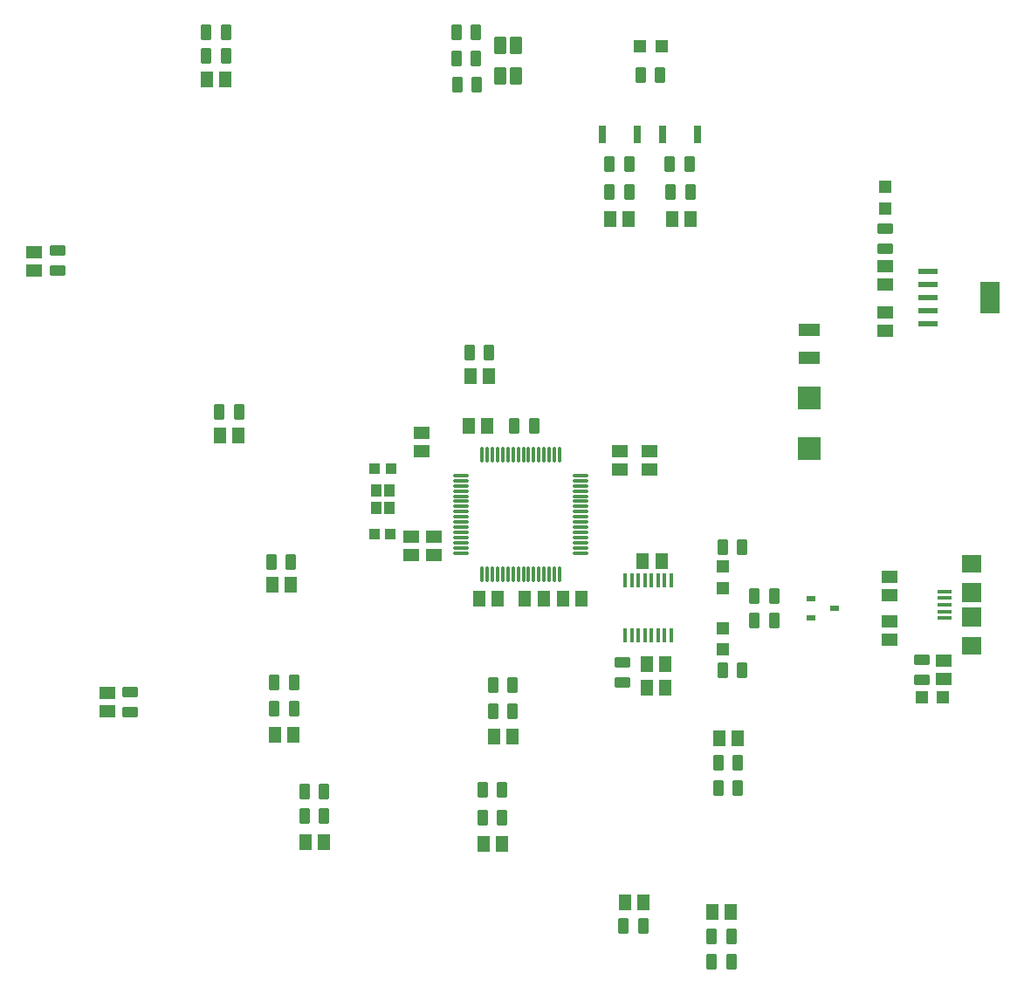
<source format=gtp>
G04*
G04 #@! TF.GenerationSoftware,Altium Limited,Altium Designer,20.1.11 (218)*
G04*
G04 Layer_Color=8421504*
%FSAX25Y25*%
%MOIN*%
G70*
G04*
G04 #@! TF.SameCoordinates,20CE9F04-CB19-4266-B064-E5CB95194996*
G04*
G04*
G04 #@! TF.FilePolarity,Positive*
G04*
G01*
G75*
G04:AMPARAMS|DCode=20|XSize=49.21mil|YSize=62.99mil|CornerRadius=4.92mil|HoleSize=0mil|Usage=FLASHONLY|Rotation=270.000|XOffset=0mil|YOffset=0mil|HoleType=Round|Shape=RoundedRectangle|*
%AMROUNDEDRECTD20*
21,1,0.04921,0.05315,0,0,270.0*
21,1,0.03937,0.06299,0,0,270.0*
1,1,0.00984,-0.02657,-0.01968*
1,1,0.00984,-0.02657,0.01968*
1,1,0.00984,0.02657,0.01968*
1,1,0.00984,0.02657,-0.01968*
%
%ADD20ROUNDEDRECTD20*%
G04:AMPARAMS|DCode=21|XSize=49.21mil|YSize=62.99mil|CornerRadius=4.92mil|HoleSize=0mil|Usage=FLASHONLY|Rotation=0.000|XOffset=0mil|YOffset=0mil|HoleType=Round|Shape=RoundedRectangle|*
%AMROUNDEDRECTD21*
21,1,0.04921,0.05315,0,0,0.0*
21,1,0.03937,0.06299,0,0,0.0*
1,1,0.00984,0.01968,-0.02657*
1,1,0.00984,-0.01968,-0.02657*
1,1,0.00984,-0.01968,0.02657*
1,1,0.00984,0.01968,0.02657*
%
%ADD21ROUNDEDRECTD21*%
%ADD22R,0.03937X0.04724*%
%ADD23R,0.07756X0.12441*%
%ADD24R,0.07756X0.02441*%
%ADD25R,0.01500X0.05500*%
%ADD26O,0.01181X0.06299*%
%ADD27O,0.06299X0.01181*%
%ADD28R,0.03150X0.06693*%
G04:AMPARAMS|DCode=29|XSize=41.34mil|YSize=59.06mil|CornerRadius=4.13mil|HoleSize=0mil|Usage=FLASHONLY|Rotation=270.000|XOffset=0mil|YOffset=0mil|HoleType=Round|Shape=RoundedRectangle|*
%AMROUNDEDRECTD29*
21,1,0.04134,0.05079,0,0,270.0*
21,1,0.03307,0.05906,0,0,270.0*
1,1,0.00827,-0.02539,-0.01654*
1,1,0.00827,-0.02539,0.01654*
1,1,0.00827,0.02539,0.01654*
1,1,0.00827,0.02539,-0.01654*
%
%ADD29ROUNDEDRECTD29*%
G04:AMPARAMS|DCode=30|XSize=41.34mil|YSize=59.06mil|CornerRadius=4.13mil|HoleSize=0mil|Usage=FLASHONLY|Rotation=180.000|XOffset=0mil|YOffset=0mil|HoleType=Round|Shape=RoundedRectangle|*
%AMROUNDEDRECTD30*
21,1,0.04134,0.05079,0,0,180.0*
21,1,0.03307,0.05906,0,0,180.0*
1,1,0.00827,-0.01654,0.02539*
1,1,0.00827,0.01654,0.02539*
1,1,0.00827,0.01654,-0.02539*
1,1,0.00827,-0.01654,-0.02539*
%
%ADD30ROUNDEDRECTD30*%
%ADD31R,0.07480X0.07480*%
%ADD32R,0.07480X0.07087*%
%ADD33R,0.05315X0.01575*%
%ADD34R,0.08000X0.04500*%
%ADD35R,0.04724X0.04724*%
%ADD36R,0.08898X0.08504*%
%ADD37R,0.03543X0.02362*%
%ADD38R,0.04724X0.04724*%
G04:AMPARAMS|DCode=39|XSize=45.28mil|YSize=66.93mil|CornerRadius=4.53mil|HoleSize=0mil|Usage=FLASHONLY|Rotation=0.000|XOffset=0mil|YOffset=0mil|HoleType=Round|Shape=RoundedRectangle|*
%AMROUNDEDRECTD39*
21,1,0.04528,0.05787,0,0,0.0*
21,1,0.03622,0.06693,0,0,0.0*
1,1,0.00906,0.01811,-0.02894*
1,1,0.00906,-0.01811,-0.02894*
1,1,0.00906,-0.01811,0.02894*
1,1,0.00906,0.01811,0.02894*
%
%ADD39ROUNDEDRECTD39*%
G04:AMPARAMS|DCode=40|XSize=43.31mil|YSize=39.37mil|CornerRadius=3.94mil|HoleSize=0mil|Usage=FLASHONLY|Rotation=270.000|XOffset=0mil|YOffset=0mil|HoleType=Round|Shape=RoundedRectangle|*
%AMROUNDEDRECTD40*
21,1,0.04331,0.03150,0,0,270.0*
21,1,0.03543,0.03937,0,0,270.0*
1,1,0.00787,-0.01575,-0.01772*
1,1,0.00787,-0.01575,0.01772*
1,1,0.00787,0.01575,0.01772*
1,1,0.00787,0.01575,-0.01772*
%
%ADD40ROUNDEDRECTD40*%
D20*
X0358250Y0141047D02*
D03*
Y0134000D02*
D03*
X0336000Y0291547D02*
D03*
Y0284500D02*
D03*
Y0274047D02*
D03*
Y0267000D02*
D03*
X0337796Y0173047D02*
D03*
Y0166000D02*
D03*
Y0148953D02*
D03*
Y0156000D02*
D03*
X0011000Y0289976D02*
D03*
Y0297024D02*
D03*
X0039000Y0121453D02*
D03*
Y0128500D02*
D03*
X0155000Y0181250D02*
D03*
Y0188297D02*
D03*
X0163500Y0181250D02*
D03*
Y0188297D02*
D03*
X0246000Y0221024D02*
D03*
Y0213976D02*
D03*
X0159000Y0220976D02*
D03*
Y0228024D02*
D03*
X0234500Y0221024D02*
D03*
Y0213976D02*
D03*
D21*
X0250500Y0179000D02*
D03*
X0243453D02*
D03*
X0244976Y0139500D02*
D03*
X0252024D02*
D03*
X0245000Y0130500D02*
D03*
X0252047D02*
D03*
X0272476Y0111272D02*
D03*
X0279524D02*
D03*
X0243547Y0048500D02*
D03*
X0236500D02*
D03*
X0269976Y0045022D02*
D03*
X0277024D02*
D03*
X0184524Y0249500D02*
D03*
X0177476D02*
D03*
X0089024Y0227000D02*
D03*
X0081976D02*
D03*
X0084024Y0363000D02*
D03*
X0076976D02*
D03*
X0189547Y0071000D02*
D03*
X0182500D02*
D03*
X0114476Y0071500D02*
D03*
X0121524D02*
D03*
X0193524Y0112000D02*
D03*
X0186476D02*
D03*
X0102976Y0112500D02*
D03*
X0110024D02*
D03*
X0109024Y0170000D02*
D03*
X0101976D02*
D03*
X0198453Y0164500D02*
D03*
X0205500D02*
D03*
X0261524Y0309500D02*
D03*
X0254476D02*
D03*
X0238024D02*
D03*
X0230976D02*
D03*
X0176976Y0230500D02*
D03*
X0184024D02*
D03*
X0220024Y0164500D02*
D03*
X0212976D02*
D03*
X0188024D02*
D03*
X0180976D02*
D03*
D22*
X0141500Y0199307D02*
D03*
X0146618D02*
D03*
Y0206000D02*
D03*
X0141500D02*
D03*
D23*
X0375831Y0279500D02*
D03*
D24*
X0352169Y0269500D02*
D03*
Y0274500D02*
D03*
Y0279500D02*
D03*
Y0284500D02*
D03*
Y0289500D02*
D03*
D25*
X0254232Y0171498D02*
D03*
X0251732D02*
D03*
X0249232D02*
D03*
X0246732D02*
D03*
X0244232D02*
D03*
X0241732D02*
D03*
X0239232D02*
D03*
X0236732D02*
D03*
Y0150498D02*
D03*
X0239232D02*
D03*
X0241732D02*
D03*
X0244232D02*
D03*
X0246732D02*
D03*
X0249232D02*
D03*
X0251732D02*
D03*
X0254232D02*
D03*
D26*
X0182087Y0219685D02*
D03*
X0184055D02*
D03*
X0186024D02*
D03*
X0187992D02*
D03*
X0189961D02*
D03*
X0191929D02*
D03*
X0193898D02*
D03*
X0195866D02*
D03*
X0197835D02*
D03*
X0199803D02*
D03*
X0201772D02*
D03*
X0203740D02*
D03*
X0205709D02*
D03*
X0207677D02*
D03*
X0209646D02*
D03*
X0211614D02*
D03*
Y0174016D02*
D03*
X0209646D02*
D03*
X0207677D02*
D03*
X0205709D02*
D03*
X0203740D02*
D03*
X0201772D02*
D03*
X0199803D02*
D03*
X0197835D02*
D03*
X0195866D02*
D03*
X0193898D02*
D03*
X0191929D02*
D03*
X0189961D02*
D03*
X0187992D02*
D03*
X0186024D02*
D03*
X0184055D02*
D03*
X0182087D02*
D03*
D27*
X0219685Y0211614D02*
D03*
Y0209646D02*
D03*
Y0207677D02*
D03*
Y0205709D02*
D03*
Y0203740D02*
D03*
Y0201772D02*
D03*
Y0199803D02*
D03*
Y0197835D02*
D03*
Y0195866D02*
D03*
Y0193898D02*
D03*
Y0191929D02*
D03*
Y0189961D02*
D03*
Y0187992D02*
D03*
Y0186024D02*
D03*
Y0184055D02*
D03*
Y0182087D02*
D03*
X0174016D02*
D03*
Y0184055D02*
D03*
Y0186024D02*
D03*
Y0187992D02*
D03*
Y0189961D02*
D03*
Y0191929D02*
D03*
Y0193898D02*
D03*
Y0195866D02*
D03*
Y0197835D02*
D03*
Y0199803D02*
D03*
Y0201772D02*
D03*
Y0203740D02*
D03*
Y0205709D02*
D03*
Y0207677D02*
D03*
Y0209646D02*
D03*
Y0211614D02*
D03*
D28*
X0250807Y0342000D02*
D03*
X0264193D02*
D03*
X0227807D02*
D03*
X0241193D02*
D03*
D29*
X0336000Y0305760D02*
D03*
Y0298240D02*
D03*
X0235500Y0140260D02*
D03*
Y0132740D02*
D03*
X0350000Y0133740D02*
D03*
Y0141260D02*
D03*
X0020000Y0297520D02*
D03*
Y0290000D02*
D03*
X0047500Y0128760D02*
D03*
Y0121240D02*
D03*
D30*
X0293624Y0165746D02*
D03*
X0286104D02*
D03*
X0273931Y0184301D02*
D03*
X0281451D02*
D03*
X0273862Y0137246D02*
D03*
X0281382D02*
D03*
X0293624Y0156246D02*
D03*
X0286104D02*
D03*
X0279760Y0101772D02*
D03*
X0272240D02*
D03*
Y0092272D02*
D03*
X0279760D02*
D03*
X0235980Y0039500D02*
D03*
X0243500D02*
D03*
X0277260Y0035522D02*
D03*
X0269740D02*
D03*
X0177240Y0258500D02*
D03*
X0184760D02*
D03*
X0269740Y0026022D02*
D03*
X0277260D02*
D03*
X0182240Y0081000D02*
D03*
X0189760D02*
D03*
X0081740Y0236000D02*
D03*
X0089260D02*
D03*
X0121760Y0081500D02*
D03*
X0114240D02*
D03*
X0189760Y0091500D02*
D03*
X0182240D02*
D03*
X0114240Y0091000D02*
D03*
X0121760D02*
D03*
X0076740Y0372000D02*
D03*
X0084260D02*
D03*
Y0381000D02*
D03*
X0076740D02*
D03*
X0186240Y0121500D02*
D03*
X0193760D02*
D03*
X0110260Y0122500D02*
D03*
X0102740D02*
D03*
X0193760Y0131500D02*
D03*
X0186240D02*
D03*
X0102740Y0132500D02*
D03*
X0110260D02*
D03*
X0101480Y0178500D02*
D03*
X0109000D02*
D03*
X0261260Y0330500D02*
D03*
X0253740D02*
D03*
X0261500Y0320000D02*
D03*
X0253980D02*
D03*
X0230740Y0330500D02*
D03*
X0238260D02*
D03*
X0194465Y0230500D02*
D03*
X0201985D02*
D03*
X0238260Y0320000D02*
D03*
X0230740D02*
D03*
X0179760Y0371000D02*
D03*
X0172240D02*
D03*
X0172480Y0361000D02*
D03*
X0180000D02*
D03*
X0179760Y0381000D02*
D03*
X0172240D02*
D03*
X0250000Y0364500D02*
D03*
X0242480D02*
D03*
D31*
X0369094Y0157549D02*
D03*
Y0166998D02*
D03*
D32*
Y0146526D02*
D03*
Y0178022D02*
D03*
D33*
X0358563Y0157156D02*
D03*
Y0167392D02*
D03*
Y0159715D02*
D03*
Y0162274D02*
D03*
Y0164833D02*
D03*
D34*
X0307000Y0267250D02*
D03*
Y0256750D02*
D03*
D35*
X0336000Y0313732D02*
D03*
Y0322000D02*
D03*
X0273935Y0176880D02*
D03*
Y0168612D02*
D03*
Y0145112D02*
D03*
Y0153380D02*
D03*
D36*
X0307000Y0241146D02*
D03*
Y0221854D02*
D03*
D37*
X0316685Y0160986D02*
D03*
X0307630Y0157246D02*
D03*
Y0164726D02*
D03*
D38*
X0349866Y0127000D02*
D03*
X0358134D02*
D03*
X0250634Y0375500D02*
D03*
X0242366D02*
D03*
D39*
X0194953Y0364094D02*
D03*
X0189047D02*
D03*
Y0375905D02*
D03*
X0194953D02*
D03*
D40*
X0140969Y0214307D02*
D03*
X0147268D02*
D03*
X0147118Y0189307D02*
D03*
X0140819D02*
D03*
M02*

</source>
